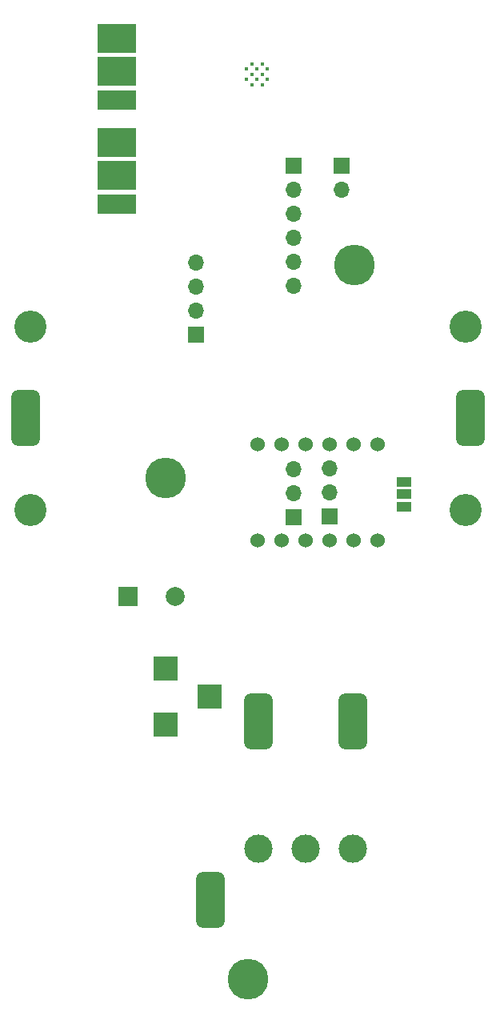
<source format=gbr>
%TF.GenerationSoftware,KiCad,Pcbnew,(6.0.1)*%
%TF.CreationDate,2022-02-05T18:26:11+11:00*%
%TF.ProjectId,ESP32_LED_Controller_v1,45535033-325f-44c4-9544-5f436f6e7472,rev?*%
%TF.SameCoordinates,Original*%
%TF.FileFunction,Soldermask,Bot*%
%TF.FilePolarity,Negative*%
%FSLAX46Y46*%
G04 Gerber Fmt 4.6, Leading zero omitted, Abs format (unit mm)*
G04 Created by KiCad (PCBNEW (6.0.1)) date 2022-02-05 18:26:11*
%MOMM*%
%LPD*%
G01*
G04 APERTURE LIST*
G04 Aperture macros list*
%AMRoundRect*
0 Rectangle with rounded corners*
0 $1 Rounding radius*
0 $2 $3 $4 $5 $6 $7 $8 $9 X,Y pos of 4 corners*
0 Add a 4 corners polygon primitive as box body*
4,1,4,$2,$3,$4,$5,$6,$7,$8,$9,$2,$3,0*
0 Add four circle primitives for the rounded corners*
1,1,$1+$1,$2,$3*
1,1,$1+$1,$4,$5*
1,1,$1+$1,$6,$7*
1,1,$1+$1,$8,$9*
0 Add four rect primitives between the rounded corners*
20,1,$1+$1,$2,$3,$4,$5,0*
20,1,$1+$1,$4,$5,$6,$7,0*
20,1,$1+$1,$6,$7,$8,$9,0*
20,1,$1+$1,$8,$9,$2,$3,0*%
%AMOutline4P*
0 Free polygon, 4 corners , with rotation*
0 The origin of the aperture is its center*
0 number of corners: always 4*
0 $1 to $8 corner X, Y*
0 $9 Rotation angle, in degrees counterclockwise*
0 create outline with 4 corners*
4,1,4,$1,$2,$3,$4,$5,$6,$7,$8,$1,$2,$9*%
G04 Aperture macros list end*
%ADD10RoundRect,0.750000X0.750000X-2.250000X0.750000X2.250000X-0.750000X2.250000X-0.750000X-2.250000X0*%
%ADD11R,1.700000X1.700000*%
%ADD12O,1.700000X1.700000*%
%ADD13R,2.500000X2.500000*%
%ADD14R,2.000000X2.000000*%
%ADD15C,2.000000*%
%ADD16C,3.000000*%
%ADD17C,4.300000*%
%ADD18C,1.524000*%
%ADD19RoundRect,0.750000X-0.750000X2.250000X-0.750000X-2.250000X0.750000X-2.250000X0.750000X2.250000X0*%
%ADD20C,0.420000*%
%ADD21C,3.400000*%
%ADD22Outline4P,-2.000000X-1.500000X2.000000X-1.500000X2.000000X1.500000X-2.000000X1.500000X180.000000*%
%ADD23Outline4P,-2.000000X-1.000000X2.000000X-1.000000X2.000000X1.000000X-2.000000X1.000000X180.000000*%
%ADD24R,1.500000X1.000000*%
G04 APERTURE END LIST*
D10*
%TO.C,Zip4*%
X36225000Y-70930000D03*
%TD*%
D11*
%TO.C,J4*%
X54225000Y-62080000D03*
D12*
X54225000Y-59540000D03*
X54225000Y-57000000D03*
X54225000Y-54460000D03*
%TD*%
D13*
%TO.C,J3*%
X50975000Y-97380000D03*
X50975000Y-103380000D03*
X55675000Y-100380000D03*
%TD*%
D10*
%TO.C,Zip3*%
X83225000Y-70930000D03*
%TD*%
D14*
%TO.C,C4*%
X47007323Y-89780000D03*
D15*
X52007323Y-89780000D03*
%TD*%
D16*
%TO.C,J5*%
X60825000Y-116480000D03*
X65825000Y-116480000D03*
X70825000Y-116480000D03*
%TD*%
D17*
%TO.C,MOUNT3*%
X70975000Y-54780000D03*
%TD*%
D18*
%TO.C,LLC1*%
X60745000Y-83890000D03*
X63285000Y-83890000D03*
X65825000Y-83890000D03*
X68365000Y-83890000D03*
X70905000Y-83890000D03*
X73445000Y-83890000D03*
X73445000Y-73730000D03*
X70905000Y-73730000D03*
X68365000Y-73730000D03*
X65825000Y-73730000D03*
X63285000Y-73730000D03*
X60745000Y-73730000D03*
%TD*%
D19*
%TO.C,Zip1*%
X70825000Y-102980000D03*
%TD*%
D10*
%TO.C,Zip2*%
X55725000Y-121884826D03*
%TD*%
D20*
%TO.C,ESP1*%
X61785000Y-34030000D03*
X59535000Y-34030000D03*
X59585000Y-35130000D03*
X60135000Y-33480000D03*
X60685000Y-35130000D03*
X61785000Y-35130000D03*
X60135000Y-34580000D03*
X61235000Y-33480000D03*
X61235000Y-34580000D03*
X61235000Y-35680000D03*
X60685000Y-34030000D03*
X60135000Y-35680000D03*
%TD*%
D21*
%TO.C,SenMount1*%
X36725000Y-61230000D03*
X82725000Y-80630000D03*
X36725000Y-80630000D03*
X82725000Y-61230000D03*
%TD*%
D11*
%TO.C,J2*%
X69645000Y-44260000D03*
D12*
X69645000Y-46800000D03*
%TD*%
D11*
%TO.C,J1*%
X64565000Y-44260000D03*
D12*
X64565000Y-46800000D03*
X64565000Y-49340000D03*
X64565000Y-51880000D03*
X64565000Y-54420000D03*
X64565000Y-56960000D03*
%TD*%
D19*
%TO.C,Zip5*%
X60825000Y-102980000D03*
%TD*%
D17*
%TO.C,MOUNT1*%
X50975000Y-77280000D03*
%TD*%
%TO.C,MOUNT2*%
X59725000Y-130280000D03*
%TD*%
D22*
%TO.C,J10*%
X45820000Y-30780000D03*
X45820000Y-34280000D03*
D23*
X45820000Y-37280000D03*
%TD*%
D22*
%TO.C,J8*%
X45820000Y-41780000D03*
X45820000Y-45280000D03*
D23*
X45820000Y-48280000D03*
%TD*%
D11*
%TO.C,J7*%
X64575000Y-81405000D03*
D12*
X64575000Y-78865000D03*
X64575000Y-76325000D03*
%TD*%
D11*
%TO.C,J9*%
X68365000Y-81350000D03*
D12*
X68365000Y-78810000D03*
X68365000Y-76270000D03*
%TD*%
D24*
%TO.C,DinSel1*%
X76225000Y-77680000D03*
X76225000Y-78980000D03*
X76225000Y-80280000D03*
%TD*%
M02*

</source>
